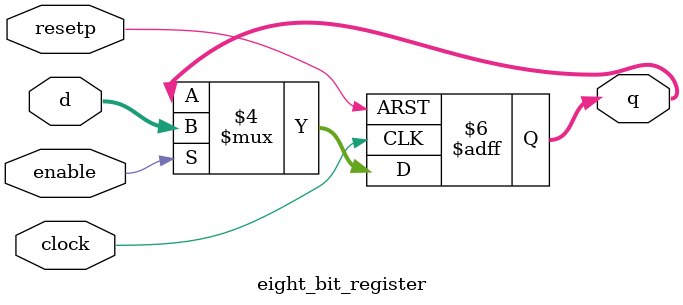
<source format=v>

module one_bit_register(d, enable, clock, resetn, q); // Active low reset and Synchronous
    input d, enable, clock, resetn;
    output reg q;
    always@(posedge clock)
        begin
            if (resetn == 0)
                q <= 0;
            else if (enable == 1)
                q <= d;
        end
endmodule

module eight_bit_register(d, enable, clock, resetp, q); // Active high reset and Asynchronous
    input enable, clock, resetp;
    input[7:0] d;
    output reg[7:0] q;
    always@(posedge clock, posedge resetp)
        begin
            if (resetp == 1)
                q <= 8'b00000000;
            else if (enable == 1)
                q <= d;
        end
endmodule

</source>
